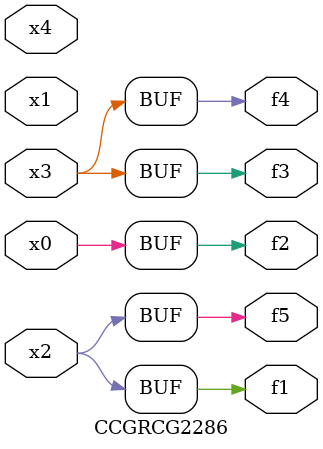
<source format=v>
module CCGRCG2286(
	input x0, x1, x2, x3, x4,
	output f1, f2, f3, f4, f5
);
	assign f1 = x2;
	assign f2 = x0;
	assign f3 = x3;
	assign f4 = x3;
	assign f5 = x2;
endmodule

</source>
